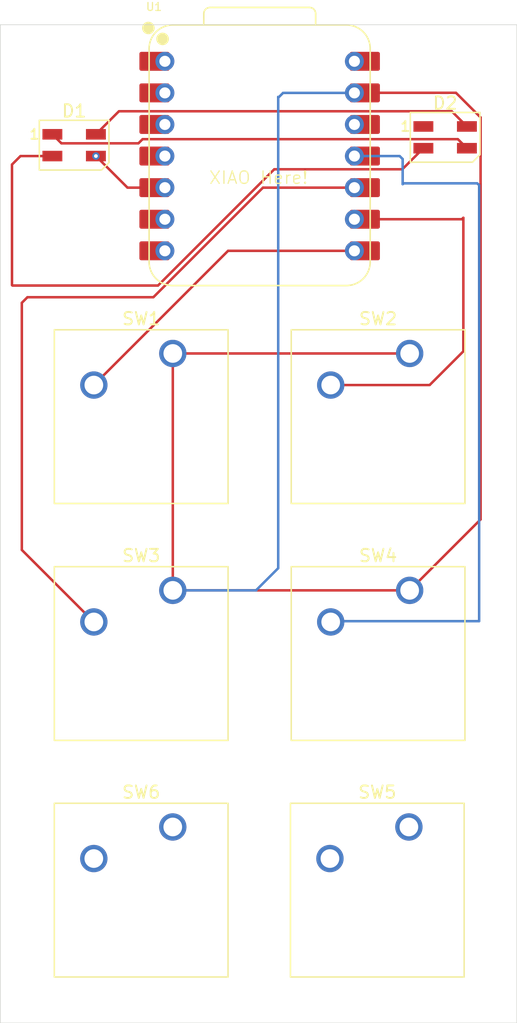
<source format=kicad_pcb>
(kicad_pcb (version 20241229) (generator "pcbnew") (generator_version "9.0")
  (layers (0 "F.Cu" signal) (2 "B.Cu" signal) (13 "F.Paste" user) (15 "B.Paste" user) (5 "F.SilkS" user "F.Silkscreen") (7 "B.SilkS" user "B.Silkscreen") (1 "F.Mask" user) (3 "B.Mask" user) (25 "Edge.Cuts" user))
  (net 0 "")
  (net 1 "Net-(D1-VSS)")
  (net 2 "Net-(D1-DIN)")
  (net 3 "Net-(D1-VDD)")
  (net 4 "Net-(D1-DOUT)")
  (net 6 "GND")
  (net 7 "Net-(U1-GPIO1{slash}RX)")
  (net 8 "Net-(U1-GPIO2{slash}SCK)")
  (net 9 "Net-(U1-GPIO4{slash}MISO)")
  (net 10 "Net-(U1-GPIO3{slash}MOSI)")
  (net 13 "Net-(U1-GPIO0{slash}TX)")
  (net 14 "+5V")
  (footprint "Button_Switch_Keyboard:SW_Cherry_MX_1.00u_PCB" (layer "F.Cu") (at 64.4525 133.0325)
    (property "Reference" "SW3" (at -2.54 -2.794 0) (layer "F.SilkS"))
    (property "Value" "SW_Push")
    (fp_line (start -9.525 -1.905) (end 4.445 -1.905) (stroke (width 0.12)) (layer "F.SilkS"))
    (fp_line (start -9.525 12.065) (end -9.525 -1.905) (stroke (width 0.12)) (layer "F.SilkS"))
    (fp_line (start 4.445 -1.905) (end 4.445 12.065) (stroke (width 0.12)) (layer "F.SilkS"))
    (fp_line (start 4.445 12.065) (end -9.525 12.065) (stroke (width 0.12)) (layer "F.SilkS"))
    (pad "" np_thru_hole circle (at -7.62 5.08) (size 1.7 1.7) (drill 1.7) (layers "*.Cu" "*.Mask"))
    (pad "" np_thru_hole circle (at -2.54 5.08) (size 4 4) (drill 4) (layers "*.Cu" "*.Mask"))
    (pad "" np_thru_hole circle (at 2.54 5.08) (size 1.7 1.7) (drill 1.7) (layers "*.Cu" "*.Mask"))
    (pad "1" thru_hole circle (at 0 0) (size 2.2 2.2) (drill 1.5) (layers "*.Cu" "*.Mask") (net 6 "GND"))
    (pad "2" thru_hole circle (at -6.35 2.54) (size 2.2 2.2) (drill 1.5) (layers "*.Cu" "*.Mask") (net 9 "Net-(U1-GPIO4{slash}MISO)"))
  )
  (footprint "Button_Switch_Keyboard:SW_Cherry_MX_1.00u_PCB" (layer "F.Cu") (at 83.5025 113.9825)
    (property "Reference" "SW2" (at -2.54 -2.794 0) (layer "F.SilkS"))
    (property "Value" "SW_Push")
    (fp_line (start -9.525 -1.905) (end 4.445 -1.905) (stroke (width 0.12)) (layer "F.SilkS"))
    (fp_line (start -9.525 12.065) (end -9.525 -1.905) (stroke (width 0.12)) (layer "F.SilkS"))
    (fp_line (start 4.445 -1.905) (end 4.445 12.065) (stroke (width 0.12)) (layer "F.SilkS"))
    (fp_line (start 4.445 12.065) (end -9.525 12.065) (stroke (width 0.12)) (layer "F.SilkS"))
    (pad "" np_thru_hole circle (at -7.62 5.08) (size 1.7 1.7) (drill 1.7) (layers "*.Cu" "*.Mask"))
    (pad "" np_thru_hole circle (at -2.54 5.08) (size 4 4) (drill 4) (layers "*.Cu" "*.Mask"))
    (pad "" np_thru_hole circle (at 2.54 5.08) (size 1.7 1.7) (drill 1.7) (layers "*.Cu" "*.Mask"))
    (pad "1" thru_hole circle (at 0 0) (size 2.2 2.2) (drill 1.5) (layers "*.Cu" "*.Mask") (net 6 "GND"))
    (pad "2" thru_hole circle (at -6.35 2.54) (size 2.2 2.2) (drill 1.5) (layers "*.Cu" "*.Mask") (net 8 "Net-(U1-GPIO2{slash}SCK)"))
  )
  (footprint "Button_Switch_Keyboard:SW_Cherry_MX_1.00u_PCB" (layer "F.Cu") (at 83.5025 133.0325)
    (property "Reference" "SW4" (at -2.54 -2.794 0) (layer "F.SilkS"))
    (property "Value" "SW_Push")
    (fp_line (start -9.525 -1.905) (end 4.445 -1.905) (stroke (width 0.12)) (layer "F.SilkS"))
    (fp_line (start -9.525 12.065) (end -9.525 -1.905) (stroke (width 0.12)) (layer "F.SilkS"))
    (fp_line (start 4.445 -1.905) (end 4.445 12.065) (stroke (width 0.12)) (layer "F.SilkS"))
    (fp_line (start 4.445 12.065) (end -9.525 12.065) (stroke (width 0.12)) (layer "F.SilkS"))
    (pad "" np_thru_hole circle (at -7.62 5.08) (size 1.7 1.7) (drill 1.7) (layers "*.Cu" "*.Mask"))
    (pad "" np_thru_hole circle (at -2.54 5.08) (size 4 4) (drill 4) (layers "*.Cu" "*.Mask"))
    (pad "" np_thru_hole circle (at 2.54 5.08) (size 1.7 1.7) (drill 1.7) (layers "*.Cu" "*.Mask"))
    (pad "1" thru_hole circle (at 0 0) (size 2.2 2.2) (drill 1.5) (layers "*.Cu" "*.Mask") (net 6 "GND"))
    (pad "2" thru_hole circle (at -6.35 2.54) (size 2.2 2.2) (drill 1.5) (layers "*.Cu" "*.Mask") (net 10 "Net-(U1-GPIO3{slash}MOSI)"))
  )
  (footprint "Button_Switch_Keyboard:SW_Cherry_MX_1.00u_PCB" (layer "F.Cu") (at 83.44 152.06)
    (property "Reference" "SW5" (at -2.54 -2.794 0) (layer "F.SilkS"))
    (property "Value" "SW_Push")
    (fp_line (start -9.525 -1.905) (end 4.445 -1.905) (stroke (width 0.12)) (layer "F.SilkS"))
    (fp_line (start -9.525 12.065) (end -9.525 -1.905) (stroke (width 0.12)) (layer "F.SilkS"))
    (fp_line (start 4.445 -1.905) (end 4.445 12.065) (stroke (width 0.12)) (layer "F.SilkS"))
    (fp_line (start 4.445 12.065) (end -9.525 12.065) (stroke (width 0.12)) (layer "F.SilkS"))
    (pad "" np_thru_hole circle (at -7.62 5.08) (size 1.7 1.7) (drill 1.7) (layers "*.Cu" "*.Mask"))
    (pad "" np_thru_hole circle (at -2.54 5.08) (size 4 4) (drill 4) (layers "*.Cu" "*.Mask"))
    (pad "" np_thru_hole circle (at 2.54 5.08) (size 1.7 1.7) (drill 1.7) (layers "*.Cu" "*.Mask"))
    (pad "1" thru_hole circle (at 0 0) (size 2.2 2.2) (drill 1.5) (layers "*.Cu" "*.Mask") (net 6 "GND"))
    (pad "2" thru_hole circle (at -6.35 2.54) (size 2.2 2.2) (drill 1.5) (layers "*.Cu" "*.Mask") (net 13 "Net-(U1-GPIO0{slash}TX)"))
  )
  (footprint "Button_Switch_Keyboard:SW_Cherry_MX_1.00u_PCB" (layer "F.Cu") (at 64.45 152.06)
    (property "Reference" "SW6" (at -2.54 -2.794 0) (layer "F.SilkS"))
    (property "Value" "SW_Push")
    (fp_line (start -9.525 -1.905) (end 4.445 -1.905) (stroke (width 0.12)) (layer "F.SilkS"))
    (fp_line (start -9.525 12.065) (end -9.525 -1.905) (stroke (width 0.12)) (layer "F.SilkS"))
    (fp_line (start 4.445 -1.905) (end 4.445 12.065) (stroke (width 0.12)) (layer "F.SilkS"))
    (fp_line (start 4.445 12.065) (end -9.525 12.065) (stroke (width 0.12)) (layer "F.SilkS"))
    (pad "" np_thru_hole circle (at -7.62 5.08) (size 1.7 1.7) (drill 1.7) (layers "*.Cu" "*.Mask"))
    (pad "" np_thru_hole circle (at -2.54 5.08) (size 4 4) (drill 4) (layers "*.Cu" "*.Mask"))
    (pad "" np_thru_hole circle (at 2.54 5.08) (size 1.7 1.7) (drill 1.7) (layers "*.Cu" "*.Mask"))
    (pad "1" thru_hole circle (at 0 0) (size 2.2 2.2) (drill 1.5) (layers "*.Cu" "*.Mask") (net 6 "GND"))
    (pad "2" thru_hole circle (at -6.35 2.54) (size 2.2 2.2) (drill 1.5) (layers "*.Cu" "*.Mask") (net 13 "Net-(U1-GPIO0{slash}TX)"))
  )
  (footprint "OPL:XIAO-RP2040-DIP" (layer "F.Cu") (at 71.4375 98.1075)
    (property "Reference" "U1" (at -8.5 -12 0) (layer "F.SilkS") (effects (font (size 0.635 0.635) (thickness 0.1016))))
    (property "Value" "XIAO-RP2040-DIP")
    (fp_line (start -8.89 8.509) (end -8.89 -8.636) (stroke (width 0.127)) (layer "F.SilkS"))
    (fp_line (start -6.985 10.414) (end 6.985 10.414) (stroke (width 0.127)) (layer "F.SilkS"))
    (fp_line (start -4.495 -10.541) (end -4.491272 -11.451272) (stroke (width 0.127)) (layer "F.SilkS"))
    (fp_line (start -3.991272 -11.951) (end 4.004 -11.951) (stroke (width 0.127)) (layer "F.SilkS"))
    (fp_line (start 4.504 -11.451) (end 4.504 -10.541) (stroke (width 0.127)) (layer "F.SilkS"))
    (fp_line (start 6.985 -10.541) (end -6.985 -10.541) (stroke (width 0.1)) (layer "F.SilkS"))
    (fp_line (start 6.985 -10.541) (end -6.985 -10.541) (stroke (width 0.127)) (layer "F.SilkS"))
    (fp_line (start 8.89 8.509) (end 8.89 -8.636) (stroke (width 0.127)) (layer "F.SilkS"))
    (fp_arc (start -8.89 -8.636) (mid -8.332038 -9.983038) (end -6.985 -10.541) (stroke (width 0.127)) (layer "F.SilkS"))
    (fp_arc (start -6.985 10.414) (mid -8.332038 9.856038) (end -8.89 8.509) (stroke (width 0.127)) (layer "F.SilkS"))
    (fp_arc (start -4.491272 -11.451272) (mid -4.344728 -11.80464) (end -3.991272 -11.951) (stroke (width 0.127)) (layer "F.SilkS"))
    (fp_arc (start 4.004 -11.951) (mid 4.357553 -11.804553) (end 4.504 -11.451) (stroke (width 0.127)) (layer "F.SilkS"))
    (fp_arc (start 6.985 -10.541) (mid 8.332038 -9.983038) (end 8.89 -8.636) (stroke (width 0.127)) (layer "F.SilkS"))
    (fp_arc (start 8.89 8.509) (mid 8.332038 9.856038) (end 6.985 10.414) (stroke (width 0.127)) (layer "F.SilkS"))
    (fp_circle (center -8.95 -10.3) (end -8.95 -10.554) (stroke (width 0.5)) (fill yes) (layer "F.SilkS"))
    (fp_circle (center -7.807 -9.42) (end -7.807 -9.674) (stroke (width 0.5)) (fill yes) (layer "F.SilkS"))
    (pad "1" smd roundrect (at -8.455 -7.62 180) (size 2.432 1.524) (layers "F.Cu" "F.Mask") (roundrect_rratio 0.1))
    (pad "1" thru_hole circle (at -7.62 -7.62 180) (size 1.524 1.524) (drill 0.889) (layers "*.Cu" "*.Mask"))
    (pad "2" smd roundrect (at -8.455 -5.08 180) (size 2.432 1.524) (layers "F.Cu" "F.Mask") (roundrect_rratio 0.1))
    (pad "2" thru_hole circle (at -7.62 -5.08 180) (size 1.524 1.524) (drill 0.889) (layers "*.Cu" "*.Mask"))
    (pad "3" smd roundrect (at -8.455 -2.54 180) (size 2.432 1.524) (layers "F.Cu" "F.Mask") (roundrect_rratio 0.1))
    (pad "3" thru_hole circle (at -7.62 -2.54 180) (size 1.524 1.524) (drill 0.889) (layers "*.Cu" "*.Mask"))
    (pad "4" smd roundrect (at -8.455 0 180) (size 2.432 1.524) (layers "F.Cu" "F.Mask") (roundrect_rratio 0.1))
    (pad "4" thru_hole circle (at -7.62 0 180) (size 1.524 1.524) (drill 0.889) (layers "*.Cu" "*.Mask"))
    (pad "5" smd roundrect (at -8.455 2.54 180) (size 2.432 1.524) (layers "F.Cu" "F.Mask") (roundrect_rratio 0.1) (net 2 "Net-(D1-DIN)"))
    (pad "5" thru_hole circle (at -7.62 2.54 180) (size 1.524 1.524) (drill 0.889) (layers "*.Cu" "*.Mask") (net 2 "Net-(D1-DIN)"))
    (pad "6" smd roundrect (at -8.455 5.08 180) (size 2.432 1.524) (layers "F.Cu" "F.Mask") (roundrect_rratio 0.1) (net 13 "Net-(U1-GPIO0{slash}TX)"))
    (pad "6" thru_hole circle (at -7.62 5.08 180) (size 1.524 1.524) (drill 0.889) (layers "*.Cu" "*.Mask") (net 13 "Net-(U1-GPIO0{slash}TX)"))
    (pad "7" smd roundrect (at -8.455 7.62 180) (size 2.432 1.524) (layers "F.Cu" "F.Mask") (roundrect_rratio 0.1) (net 13 "Net-(U1-GPIO0{slash}TX)"))
    (pad "7" thru_hole circle (at -7.62 7.62 180) (size 1.524 1.524) (drill 0.889) (layers "*.Cu" "*.Mask") (net 13 "Net-(U1-GPIO0{slash}TX)"))
    (pad "8" thru_hole circle (at 7.62 7.62) (size 1.524 1.524) (drill 0.889) (layers "*.Cu" "*.Mask") (net 7 "Net-(U1-GPIO1{slash}RX)"))
    (pad "8" smd roundrect (at 8.455 7.62) (size 2.432 1.524) (layers "F.Cu" "F.Mask") (roundrect_rratio 0.1) (net 7 "Net-(U1-GPIO1{slash}RX)"))
    (pad "9" thru_hole circle (at 7.62 5.08) (size 1.524 1.524) (drill 0.889) (layers "*.Cu" "*.Mask") (net 8 "Net-(U1-GPIO2{slash}SCK)"))
    (pad "9" smd roundrect (at 8.455 5.08) (size 2.432 1.524) (layers "F.Cu" "F.Mask") (roundrect_rratio 0.1) (net 8 "Net-(U1-GPIO2{slash}SCK)"))
    (pad "10" thru_hole circle (at 7.62 2.54) (size 1.524 1.524) (drill 0.889) (layers "*.Cu" "*.Mask") (net 9 "Net-(U1-GPIO4{slash}MISO)"))
    (pad "10" smd roundrect (at 8.455 2.54) (size 2.432 1.524) (layers "F.Cu" "F.Mask") (roundrect_rratio 0.1) (net 9 "Net-(U1-GPIO4{slash}MISO)"))
    (pad "11" thru_hole circle (at 7.62 0) (size 1.524 1.524) (drill 0.889) (layers "*.Cu" "*.Mask") (net 10 "Net-(U1-GPIO3{slash}MOSI)"))
    (pad "11" smd roundrect (at 8.455 0) (size 2.432 1.524) (layers "F.Cu" "F.Mask") (roundrect_rratio 0.1) (net 10 "Net-(U1-GPIO3{slash}MOSI)"))
    (pad "12" thru_hole circle (at 7.62 -2.54) (size 1.524 1.524) (drill 0.889) (layers "*.Cu" "*.Mask"))
    (pad "12" smd roundrect (at 8.455 -2.54) (size 2.432 1.524) (layers "F.Cu" "F.Mask") (roundrect_rratio 0.1))
    (pad "13" thru_hole circle (at 7.62 -5.08) (size 1.524 1.524) (drill 0.889) (layers "*.Cu" "*.Mask") (net 6 "GND"))
    (pad "13" smd roundrect (at 8.455 -5.08) (size 2.432 1.524) (layers "F.Cu" "F.Mask") (roundrect_rratio 0.1) (net 6 "GND"))
    (pad "14" thru_hole circle (at 7.62 -7.62) (size 1.524 1.524) (drill 0.889) (layers "*.Cu" "*.Mask") (net 14 "+5V"))
    (pad "14" smd roundrect (at 8.455 -7.62) (size 2.432 1.524) (layers "F.Cu" "F.Mask") (roundrect_rratio 0.1) (net 14 "+5V"))
  )
  (footprint "Button_Switch_Keyboard:SW_Cherry_MX_1.00u_PCB" (layer "F.Cu") (at 64.4525 113.9825)
    (property "Reference" "SW1" (at -2.54 -2.794 0) (layer "F.SilkS"))
    (property "Value" "SW_Push")
    (fp_line (start -9.525 -1.905) (end 4.445 -1.905) (stroke (width 0.12)) (layer "F.SilkS"))
    (fp_line (start -9.525 12.065) (end -9.525 -1.905) (stroke (width 0.12)) (layer "F.SilkS"))
    (fp_line (start 4.445 -1.905) (end 4.445 12.065) (stroke (width 0.12)) (layer "F.SilkS"))
    (fp_line (start 4.445 12.065) (end -9.525 12.065) (stroke (width 0.12)) (layer "F.SilkS"))
    (pad "" np_thru_hole circle (at -7.62 5.08) (size 1.7 1.7) (drill 1.7) (layers "*.Cu" "*.Mask"))
    (pad "" np_thru_hole circle (at -2.54 5.08) (size 4 4) (drill 4) (layers "*.Cu" "*.Mask"))
    (pad "" np_thru_hole circle (at 2.54 5.08) (size 1.7 1.7) (drill 1.7) (layers "*.Cu" "*.Mask"))
    (pad "1" thru_hole circle (at 0 0) (size 2.2 2.2) (drill 1.5) (layers "*.Cu" "*.Mask") (net 6 "GND"))
    (pad "2" thru_hole circle (at -6.35 2.54) (size 2.2 2.2) (drill 1.5) (layers "*.Cu" "*.Mask") (net 7 "Net-(U1-GPIO1{slash}RX)"))
  )
  (footprint "LED_SMD:LED_SK6812MINI_PLCC4_3.5x3.5mm_P1.75mm" (layer "F.Cu") (at 56.51875 97.2325)
    (property "Reference" "D1" (at 0 -2.75 0) (layer "F.SilkS"))
    (property "Value" "SK6812MINI")
    (fp_line (start -2.8 -2) (end -2.8 2) (stroke (width 0.12)) (layer "F.SilkS"))
    (fp_line (start -2.8 -2) (end 2.8 -2) (stroke (width 0.12)) (layer "F.SilkS"))
    (fp_line (start -2.8 2) (end 2.2 2) (stroke (width 0.12)) (layer "F.SilkS"))
    (fp_line (start 2.8 1.4) (end 2.2 2) (stroke (width 0.12)) (layer "F.SilkS"))
    (fp_line (start 2.8 1.4) (end 2.8 -2) (stroke (width 0.12)) (layer "F.SilkS"))
    (fp_text user "1" (at -3.2 -0.875 0) (layer "F.SilkS") (effects (font (size 0.8 0.8))))
    (pad "1" smd rect (at -1.75 -0.875) (size 1.6 0.85) (layers "F.Cu" "F.Mask" "F.Paste") (net 4 "Net-(D1-DOUT)"))
    (pad "2" smd rect (at -1.75 0.875) (size 1.6 0.85) (layers "F.Cu" "F.Mask" "F.Paste") (net 1 "Net-(D1-VSS)"))
    (pad "3" smd rect (at 1.75 0.875) (size 1.6 0.85) (layers "F.Cu" "F.Mask" "F.Paste") (net 2 "Net-(D1-DIN)"))
    (pad "4" smd rect (at 1.75 -0.875) (size 1.6 0.85) (layers "F.Cu" "F.Mask" "F.Paste") (net 3 "Net-(D1-VDD)"))
  )
  (footprint "LED_SMD:LED_SK6812MINI_PLCC4_3.5x3.5mm_P1.75mm" (layer "F.Cu") (at 86.35625 96.60125)
    (property "Reference" "D2" (at 0 -2.75 0) (layer "F.SilkS"))
    (property "Value" "SK6812MINI")
    (fp_line (start -2.8 -2) (end -2.8 2) (stroke (width 0.12)) (layer "F.SilkS"))
    (fp_line (start -2.8 -2) (end 2.8 -2) (stroke (width 0.12)) (layer "F.SilkS"))
    (fp_line (start -2.8 2) (end 2.2 2) (stroke (width 0.12)) (layer "F.SilkS"))
    (fp_line (start 2.8 1.4) (end 2.2 2) (stroke (width 0.12)) (layer "F.SilkS"))
    (fp_line (start 2.8 1.4) (end 2.8 -2) (stroke (width 0.12)) (layer "F.SilkS"))
    (fp_text user "1" (at -3.2 -0.875 0) (layer "F.SilkS") (effects (font (size 0.8 0.8))))
    (pad "1" smd rect (at -1.75 -0.875) (size 1.6 0.85) (layers "F.Cu" "F.Mask" "F.Paste"))
    (pad "2" smd rect (at -1.75 0.875) (size 1.6 0.85) (layers "F.Cu" "F.Mask" "F.Paste") (net 1 "Net-(D1-VSS)"))
    (pad "3" smd rect (at 1.75 0.875) (size 1.6 0.85) (layers "F.Cu" "F.Mask" "F.Paste") (net 4 "Net-(D1-DOUT)"))
    (pad "4" smd rect (at 1.75 -0.875) (size 1.6 0.85) (layers "F.Cu" "F.Mask" "F.Paste") (net 3 "Net-(D1-VDD)"))
  )
  (gr_rect (start 50.58 87.54625) (end 92.12 167.82) (stroke (width 0.05)) (fill no) (layer "Edge.Cuts"))
  (gr_text "XIAO Here!" (at 67.31 100.43 0) (layer "F.SilkS") (effects (font (size 1 1) (thickness 0.1)) (justify left bottom)))
  (segment (start 52.2025 98.1075) (end 51.52 98.79) (width 0.2) (layer "F.Cu") (net 1))
  (segment (start 51.52 108.48) (end 51.56 108.52) (width 0.2) (layer "F.Cu") (net 1))
  (segment (start 51.52 98.79) (end 51.52 108.48) (width 0.2) (layer "F.Cu") (net 1))
  (segment (start 54.76875 98.1075) (end 52.2025 98.1075) (width 0.2) (layer "F.Cu") (net 1))
  (segment (start 51.56 108.52) (end 63.2629 108.52) (width 0.2) (layer "F.Cu") (net 1))
  (segment (start 63.2629 108.52) (end 72.6124 99.1705) (width 0.2) (layer "F.Cu") (net 1))
  (segment (start 72.6124 99.1705) (end 82.912 99.1705) (width 0.2) (layer "F.Cu") (net 1))
  (segment (start 82.912 99.1705) (end 84.60625 97.47625) (width 0.2) (layer "F.Cu") (net 1))
  (segment (start 63.8175 100.6475) (end 60.80875 100.6475) (width 0.2) (layer "F.Cu") (net 2))
  (segment (start 60.80875 100.6475) (end 58.26875 98.1075) (width 0.2) (layer "F.Cu") (net 2))
  (via (at 58.26875 98.1075) (size 0.6) (drill 0.3) (layers "F.Cu" "B.Cu") (net 2))
  (segment (start 60.12175 94.5045) (end 86.8845 94.5045) (width 0.2) (layer "F.Cu") (net 3))
  (segment (start 86.8845 94.5045) (end 88.10625 95.72625) (width 0.2) (layer "F.Cu") (net 3))
  (segment (start 58.26875 96.3575) (end 60.12175 94.5045) (width 0.2) (layer "F.Cu") (net 3))
  (segment (start 87.38025 96.75025) (end 88.10625 97.47625) (width 0.2) (layer "F.Cu") (net 4))
  (segment (start 62.021124 96.75025) (end 87.38025 96.75025) (width 0.2) (layer "F.Cu") (net 4))
  (segment (start 54.76875 96.3575) (end 55.49475 97.0835) (width 0.2) (layer "F.Cu") (net 4))
  (segment (start 55.49475 97.0835) (end 61.687874 97.0835) (width 0.2) (layer "F.Cu") (net 4))
  (segment (start 61.687874 97.0835) (end 62.021124 96.75025) (width 0.2) (layer "F.Cu") (net 4))
  (segment (start 87.227 93.02) (end 79 93.02) (width 0.2) (layer "F.Cu") (net 6))
  (segment (start 89.20725 127.32775) (end 89.20725 95.00025) (width 0.2) (layer "F.Cu") (net 6))
  (segment (start 64.4525 133.0325) (end 83.5025 133.0325) (width 0.2) (layer "F.Cu") (net 6))
  (segment (start 83.5025 133.0325) (end 89.20725 127.32775) (width 0.2) (layer "F.Cu") (net 6))
  (segment (start 64.4525 113.9825) (end 64.4525 133.0325) (width 0.2) (layer "F.Cu") (net 6))
  (segment (start 89.20725 95.00025) (end 87.227 93.02) (width 0.2) (layer "F.Cu") (net 6))
  (segment (start 64.4525 113.9825) (end 83.5025 113.9825) (width 0.2) (layer "F.Cu") (net 6))
  (segment (start 73.3225 93.0275) (end 79.0575 93.0275) (width 0.2) (layer "B.Cu") (net 6))
  (segment (start 64.4525 133.0325) (end 71.1475 133.0325) (width 0.2) (layer "B.Cu") (net 6))
  (segment (start 71.1475 133.0325) (end 72.93 131.25) (width 0.2) (layer "B.Cu") (net 6))
  (segment (start 72.93 93.35) (end 73 93.35) (width 0.2) (layer "B.Cu") (net 6))
  (segment (start 73 93.35) (end 73.3225 93.0275) (width 0.2) (layer "B.Cu") (net 6))
  (segment (start 72.93 131.25) (end 72.93 93.35) (width 0.2) (layer "B.Cu") (net 6))
  (segment (start 68.8975 105.7275) (end 79.0575 105.7275) (width 0.2) (layer "F.Cu") (net 7))
  (segment (start 58.1025 116.5225) (end 68.8975 105.7275) (width 0.2) (layer "F.Cu") (net 7))
  (segment (start 87.82 113.81) (end 87.82 103.07) (width 0.2) (layer "F.Cu") (net 8))
  (segment (start 87.7025 103.1875) (end 79.0575 103.1875) (width 0.2) (layer "F.Cu") (net 8))
  (segment (start 87.82 103.07) (end 87.7025 103.1875) (width 0.2) (layer "F.Cu") (net 8))
  (segment (start 85.1075 116.5225) (end 87.82 113.81) (width 0.2) (layer "F.Cu") (net 8))
  (segment (start 77.1525 116.5225) (end 85.1075 116.5225) (width 0.2) (layer "F.Cu") (net 8))
  (segment (start 71.7025 100.6475) (end 79.0575 100.6475) (width 0.2) (layer "F.Cu") (net 9))
  (segment (start 52.31 109.91) (end 52.76 109.46) (width 0.2) (layer "F.Cu") (net 9))
  (segment (start 52.76 109.46) (end 62.89 109.46) (width 0.2) (layer "F.Cu") (net 9))
  (segment (start 62.89 109.46) (end 71.7025 100.6475) (width 0.2) (layer "F.Cu") (net 9))
  (segment (start 52.31 129.78) (end 52.31 109.91) (width 0.2) (layer "F.Cu") (net 9))
  (segment (start 58.1025 135.5725) (end 52.31 129.78) (width 0.2) (layer "F.Cu") (net 9))
  (segment (start 89.09 100.45) (end 88.94 100.3) (width 0.2) (layer "B.Cu") (net 10))
  (segment (start 83.01 100.3) (end 82.94 100.37) (width 0.2) (layer "B.Cu") (net 10))
  (segment (start 77.215 135.51) (end 89.09 135.51) (width 0.2) (layer "B.Cu") (net 10))
  (segment (start 82.6975 98.1075) (end 79.0575 98.1075) (width 0.2) (layer "B.Cu") (net 10))
  (segment (start 89.09 135.51) (end 89.09 100.45) (width 0.2) (layer "B.Cu") (net 10))
  (segment (start 82.94 100.37) (end 82.94 98.35) (width 0.2) (layer "B.Cu") (net 10))
  (segment (start 88.94 100.3) (end 83.01 100.3) (width 0.2) (layer "B.Cu") (net 10))
  (segment (start 77.1525 135.5725) (end 77.215 135.51) (width 0.2) (layer "B.Cu") (net 10))
  (segment (start 82.94 98.35) (end 82.6975 98.1075) (width 0.2) (layer "B.Cu") (net 10))
)
</source>
